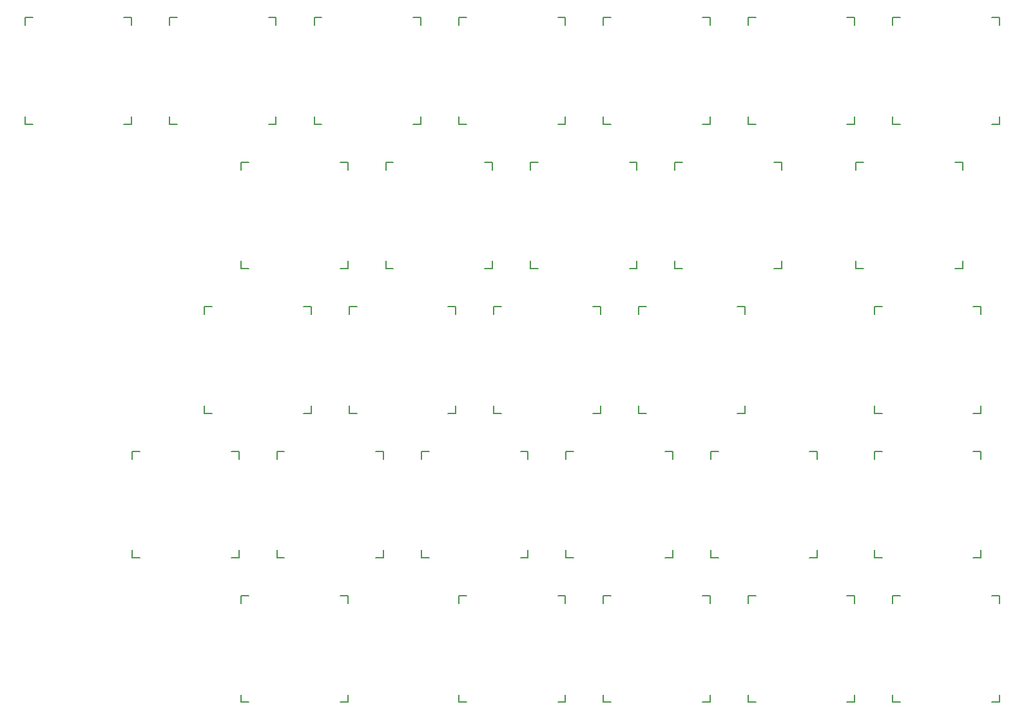
<source format=gbr>
%TF.GenerationSoftware,KiCad,Pcbnew,7.0.7*%
%TF.CreationDate,2024-01-07T23:51:42+01:00*%
%TF.ProjectId,kingslayer-28,6b696e67-736c-4617-9965-722d32382e6b,rev?*%
%TF.SameCoordinates,Original*%
%TF.FileFunction,Legend,Bot*%
%TF.FilePolarity,Positive*%
%FSLAX46Y46*%
G04 Gerber Fmt 4.6, Leading zero omitted, Abs format (unit mm)*
G04 Created by KiCad (PCBNEW 7.0.7) date 2024-01-07 23:51:42*
%MOMM*%
%LPD*%
G01*
G04 APERTURE LIST*
%ADD10C,0.150000*%
G04 APERTURE END LIST*
D10*
%TO.C,K9*%
X181452848Y-80800000D02*
X181452848Y-79800000D01*
X181452848Y-80800000D02*
X180452848Y-80800000D01*
X181452848Y-67800000D02*
X181452848Y-66800000D01*
X180452848Y-66800000D02*
X181452848Y-66800000D01*
X168452848Y-80800000D02*
X167452848Y-80800000D01*
X167452848Y-79800000D02*
X167452848Y-80800000D01*
X167452848Y-66800000D02*
X168452848Y-66800000D01*
X167452848Y-66800000D02*
X167452848Y-67800000D01*
%TO.C,K13*%
X207652848Y-99800000D02*
X207652848Y-98800000D01*
X207652848Y-99800000D02*
X206652848Y-99800000D01*
X207652848Y-86800000D02*
X207652848Y-85800000D01*
X206652848Y-85800000D02*
X207652848Y-85800000D01*
X194652848Y-99800000D02*
X193652848Y-99800000D01*
X193652848Y-98800000D02*
X193652848Y-99800000D01*
X193652848Y-85800000D02*
X194652848Y-85800000D01*
X193652848Y-85800000D02*
X193652848Y-86800000D01*
%TO.C,K28*%
X124452848Y-137800000D02*
X124452848Y-136800000D01*
X124452848Y-137800000D02*
X123452848Y-137800000D01*
X124452848Y-124800000D02*
X124452848Y-123800000D01*
X123452848Y-123800000D02*
X124452848Y-123800000D01*
X111452848Y-137800000D02*
X110452848Y-137800000D01*
X110452848Y-136800000D02*
X110452848Y-137800000D01*
X110452848Y-123800000D02*
X111452848Y-123800000D01*
X110452848Y-123800000D02*
X110452848Y-124800000D01*
%TO.C,K8*%
X205252848Y-80800000D02*
X205252848Y-79800000D01*
X205252848Y-80800000D02*
X204252848Y-80800000D01*
X205252848Y-67800000D02*
X205252848Y-66800000D01*
X204252848Y-66800000D02*
X205252848Y-66800000D01*
X192252848Y-80800000D02*
X191252848Y-80800000D01*
X191252848Y-79800000D02*
X191252848Y-80800000D01*
X191252848Y-66800000D02*
X192252848Y-66800000D01*
X191252848Y-66800000D02*
X191252848Y-67800000D01*
%TO.C,K17*%
X119652848Y-99800000D02*
X119652848Y-98800000D01*
X119652848Y-99800000D02*
X118652848Y-99800000D01*
X119652848Y-86800000D02*
X119652848Y-85800000D01*
X118652848Y-85800000D02*
X119652848Y-85800000D01*
X106652848Y-99800000D02*
X105652848Y-99800000D01*
X105652848Y-98800000D02*
X105652848Y-99800000D01*
X105652848Y-85800000D02*
X106652848Y-85800000D01*
X105652848Y-85800000D02*
X105652848Y-86800000D01*
%TO.C,K2*%
X191052848Y-61800000D02*
X191052848Y-60800000D01*
X191052848Y-61800000D02*
X190052848Y-61800000D01*
X191052848Y-48800000D02*
X191052848Y-47800000D01*
X190052848Y-47800000D02*
X191052848Y-47800000D01*
X178052848Y-61800000D02*
X177052848Y-61800000D01*
X177052848Y-60800000D02*
X177052848Y-61800000D01*
X177052848Y-47800000D02*
X178052848Y-47800000D01*
X177052848Y-47800000D02*
X177052848Y-48800000D01*
%TO.C,K4*%
X153052848Y-61800000D02*
X153052848Y-60800000D01*
X153052848Y-61800000D02*
X152052848Y-61800000D01*
X153052848Y-48800000D02*
X153052848Y-47800000D01*
X152052848Y-47800000D02*
X153052848Y-47800000D01*
X140052848Y-61800000D02*
X139052848Y-61800000D01*
X139052848Y-60800000D02*
X139052848Y-61800000D01*
X139052848Y-47800000D02*
X140052848Y-47800000D01*
X139052848Y-47800000D02*
X139052848Y-48800000D01*
%TO.C,K3*%
X172052848Y-61800000D02*
X172052848Y-60800000D01*
X172052848Y-61800000D02*
X171052848Y-61800000D01*
X172052848Y-48800000D02*
X172052848Y-47800000D01*
X171052848Y-47800000D02*
X172052848Y-47800000D01*
X159052848Y-61800000D02*
X158052848Y-61800000D01*
X158052848Y-60800000D02*
X158052848Y-61800000D01*
X158052848Y-47800000D02*
X159052848Y-47800000D01*
X158052848Y-47800000D02*
X158052848Y-48800000D01*
%TO.C,K1*%
X210052848Y-61800000D02*
X210052848Y-60800000D01*
X210052848Y-61800000D02*
X209052848Y-61800000D01*
X210052848Y-48800000D02*
X210052848Y-47800000D01*
X209052848Y-47800000D02*
X210052848Y-47800000D01*
X197052848Y-61800000D02*
X196052848Y-61800000D01*
X196052848Y-60800000D02*
X196052848Y-61800000D01*
X196052848Y-47800000D02*
X197052848Y-47800000D01*
X196052848Y-47800000D02*
X196052848Y-48800000D01*
%TO.C,K24*%
X210052848Y-137800000D02*
X210052848Y-136800000D01*
X210052848Y-137800000D02*
X209052848Y-137800000D01*
X210052848Y-124800000D02*
X210052848Y-123800000D01*
X209052848Y-123800000D02*
X210052848Y-123800000D01*
X197052848Y-137800000D02*
X196052848Y-137800000D01*
X196052848Y-136800000D02*
X196052848Y-137800000D01*
X196052848Y-123800000D02*
X197052848Y-123800000D01*
X196052848Y-123800000D02*
X196052848Y-124800000D01*
%TO.C,K5*%
X134052848Y-61800000D02*
X134052848Y-60800000D01*
X134052848Y-61800000D02*
X133052848Y-61800000D01*
X134052848Y-48800000D02*
X134052848Y-47800000D01*
X133052848Y-47800000D02*
X134052848Y-47800000D01*
X121052848Y-61800000D02*
X120052848Y-61800000D01*
X120052848Y-60800000D02*
X120052848Y-61800000D01*
X120052848Y-47800000D02*
X121052848Y-47800000D01*
X120052848Y-47800000D02*
X120052848Y-48800000D01*
%TO.C,K12*%
X124452848Y-80800000D02*
X124452848Y-79800000D01*
X124452848Y-80800000D02*
X123452848Y-80800000D01*
X124452848Y-67800000D02*
X124452848Y-66800000D01*
X123452848Y-66800000D02*
X124452848Y-66800000D01*
X111452848Y-80800000D02*
X110452848Y-80800000D01*
X110452848Y-79800000D02*
X110452848Y-80800000D01*
X110452848Y-66800000D02*
X111452848Y-66800000D01*
X110452848Y-66800000D02*
X110452848Y-67800000D01*
%TO.C,K14*%
X176652848Y-99800000D02*
X176652848Y-98800000D01*
X176652848Y-99800000D02*
X175652848Y-99800000D01*
X176652848Y-86800000D02*
X176652848Y-85800000D01*
X175652848Y-85800000D02*
X176652848Y-85800000D01*
X163652848Y-99800000D02*
X162652848Y-99800000D01*
X162652848Y-98800000D02*
X162652848Y-99800000D01*
X162652848Y-85800000D02*
X163652848Y-85800000D01*
X162652848Y-85800000D02*
X162652848Y-86800000D01*
%TO.C,K21*%
X148152848Y-118800000D02*
X148152848Y-117800000D01*
X148152848Y-118800000D02*
X147152848Y-118800000D01*
X148152848Y-105800000D02*
X148152848Y-104800000D01*
X147152848Y-104800000D02*
X148152848Y-104800000D01*
X135152848Y-118800000D02*
X134152848Y-118800000D01*
X134152848Y-117800000D02*
X134152848Y-118800000D01*
X134152848Y-104800000D02*
X135152848Y-104800000D01*
X134152848Y-104800000D02*
X134152848Y-105800000D01*
%TO.C,K10*%
X162452848Y-80800000D02*
X162452848Y-79800000D01*
X162452848Y-80800000D02*
X161452848Y-80800000D01*
X162452848Y-67800000D02*
X162452848Y-66800000D01*
X161452848Y-66800000D02*
X162452848Y-66800000D01*
X149452848Y-80800000D02*
X148452848Y-80800000D01*
X148452848Y-79800000D02*
X148452848Y-80800000D01*
X148452848Y-66800000D02*
X149452848Y-66800000D01*
X148452848Y-66800000D02*
X148452848Y-67800000D01*
%TO.C,K18*%
X207652848Y-118800000D02*
X207652848Y-117800000D01*
X207652848Y-118800000D02*
X206652848Y-118800000D01*
X207652848Y-105800000D02*
X207652848Y-104800000D01*
X206652848Y-104800000D02*
X207652848Y-104800000D01*
X194652848Y-118800000D02*
X193652848Y-118800000D01*
X193652848Y-117800000D02*
X193652848Y-118800000D01*
X193652848Y-104800000D02*
X194652848Y-104800000D01*
X193652848Y-104800000D02*
X193652848Y-105800000D01*
%TO.C,K26*%
X172052848Y-137800000D02*
X172052848Y-136800000D01*
X172052848Y-137800000D02*
X171052848Y-137800000D01*
X172052848Y-124800000D02*
X172052848Y-123800000D01*
X171052848Y-123800000D02*
X172052848Y-123800000D01*
X159052848Y-137800000D02*
X158052848Y-137800000D01*
X158052848Y-136800000D02*
X158052848Y-137800000D01*
X158052848Y-123800000D02*
X159052848Y-123800000D01*
X158052848Y-123800000D02*
X158052848Y-124800000D01*
%TO.C,K15*%
X157652848Y-99800000D02*
X157652848Y-98800000D01*
X157652848Y-99800000D02*
X156652848Y-99800000D01*
X157652848Y-86800000D02*
X157652848Y-85800000D01*
X156652848Y-85800000D02*
X157652848Y-85800000D01*
X144652848Y-99800000D02*
X143652848Y-99800000D01*
X143652848Y-98800000D02*
X143652848Y-99800000D01*
X143652848Y-85800000D02*
X144652848Y-85800000D01*
X143652848Y-85800000D02*
X143652848Y-86800000D01*
%TO.C,K20*%
X167152848Y-118800000D02*
X167152848Y-117800000D01*
X167152848Y-118800000D02*
X166152848Y-118800000D01*
X167152848Y-105800000D02*
X167152848Y-104800000D01*
X166152848Y-104800000D02*
X167152848Y-104800000D01*
X154152848Y-118800000D02*
X153152848Y-118800000D01*
X153152848Y-117800000D02*
X153152848Y-118800000D01*
X153152848Y-104800000D02*
X154152848Y-104800000D01*
X153152848Y-104800000D02*
X153152848Y-105800000D01*
%TO.C,K19*%
X186152848Y-118800000D02*
X186152848Y-117800000D01*
X186152848Y-118800000D02*
X185152848Y-118800000D01*
X186152848Y-105800000D02*
X186152848Y-104800000D01*
X185152848Y-104800000D02*
X186152848Y-104800000D01*
X173152848Y-118800000D02*
X172152848Y-118800000D01*
X172152848Y-117800000D02*
X172152848Y-118800000D01*
X172152848Y-104800000D02*
X173152848Y-104800000D01*
X172152848Y-104800000D02*
X172152848Y-105800000D01*
%TO.C,K7*%
X96052848Y-61800000D02*
X96052848Y-60800000D01*
X96052848Y-61800000D02*
X95052848Y-61800000D01*
X96052848Y-48800000D02*
X96052848Y-47800000D01*
X95052848Y-47800000D02*
X96052848Y-47800000D01*
X83052848Y-61800000D02*
X82052848Y-61800000D01*
X82052848Y-60800000D02*
X82052848Y-61800000D01*
X82052848Y-47800000D02*
X83052848Y-47800000D01*
X82052848Y-47800000D02*
X82052848Y-48800000D01*
%TO.C,K16*%
X138652848Y-99800000D02*
X138652848Y-98800000D01*
X138652848Y-99800000D02*
X137652848Y-99800000D01*
X138652848Y-86800000D02*
X138652848Y-85800000D01*
X137652848Y-85800000D02*
X138652848Y-85800000D01*
X125652848Y-99800000D02*
X124652848Y-99800000D01*
X124652848Y-98800000D02*
X124652848Y-99800000D01*
X124652848Y-85800000D02*
X125652848Y-85800000D01*
X124652848Y-85800000D02*
X124652848Y-86800000D01*
%TO.C,K23*%
X110152848Y-118800000D02*
X110152848Y-117800000D01*
X110152848Y-118800000D02*
X109152848Y-118800000D01*
X110152848Y-105800000D02*
X110152848Y-104800000D01*
X109152848Y-104800000D02*
X110152848Y-104800000D01*
X97152848Y-118800000D02*
X96152848Y-118800000D01*
X96152848Y-117800000D02*
X96152848Y-118800000D01*
X96152848Y-104800000D02*
X97152848Y-104800000D01*
X96152848Y-104800000D02*
X96152848Y-105800000D01*
%TO.C,K6*%
X115052848Y-61800000D02*
X115052848Y-60800000D01*
X115052848Y-61800000D02*
X114052848Y-61800000D01*
X115052848Y-48800000D02*
X115052848Y-47800000D01*
X114052848Y-47800000D02*
X115052848Y-47800000D01*
X102052848Y-61800000D02*
X101052848Y-61800000D01*
X101052848Y-60800000D02*
X101052848Y-61800000D01*
X101052848Y-47800000D02*
X102052848Y-47800000D01*
X101052848Y-47800000D02*
X101052848Y-48800000D01*
%TO.C,K27*%
X153052848Y-137800000D02*
X153052848Y-136800000D01*
X153052848Y-137800000D02*
X152052848Y-137800000D01*
X153052848Y-124800000D02*
X153052848Y-123800000D01*
X152052848Y-123800000D02*
X153052848Y-123800000D01*
X140052848Y-137800000D02*
X139052848Y-137800000D01*
X139052848Y-136800000D02*
X139052848Y-137800000D01*
X139052848Y-123800000D02*
X140052848Y-123800000D01*
X139052848Y-123800000D02*
X139052848Y-124800000D01*
%TO.C,K11*%
X143452848Y-80800000D02*
X143452848Y-79800000D01*
X143452848Y-80800000D02*
X142452848Y-80800000D01*
X143452848Y-67800000D02*
X143452848Y-66800000D01*
X142452848Y-66800000D02*
X143452848Y-66800000D01*
X130452848Y-80800000D02*
X129452848Y-80800000D01*
X129452848Y-79800000D02*
X129452848Y-80800000D01*
X129452848Y-66800000D02*
X130452848Y-66800000D01*
X129452848Y-66800000D02*
X129452848Y-67800000D01*
%TO.C,K25*%
X191052848Y-137800000D02*
X191052848Y-136800000D01*
X191052848Y-137800000D02*
X190052848Y-137800000D01*
X191052848Y-124800000D02*
X191052848Y-123800000D01*
X190052848Y-123800000D02*
X191052848Y-123800000D01*
X178052848Y-137800000D02*
X177052848Y-137800000D01*
X177052848Y-136800000D02*
X177052848Y-137800000D01*
X177052848Y-123800000D02*
X178052848Y-123800000D01*
X177052848Y-123800000D02*
X177052848Y-124800000D01*
%TO.C,K22*%
X129152848Y-118800000D02*
X129152848Y-117800000D01*
X129152848Y-118800000D02*
X128152848Y-118800000D01*
X129152848Y-105800000D02*
X129152848Y-104800000D01*
X128152848Y-104800000D02*
X129152848Y-104800000D01*
X116152848Y-118800000D02*
X115152848Y-118800000D01*
X115152848Y-117800000D02*
X115152848Y-118800000D01*
X115152848Y-104800000D02*
X116152848Y-104800000D01*
X115152848Y-104800000D02*
X115152848Y-105800000D01*
%TD*%
M02*

</source>
